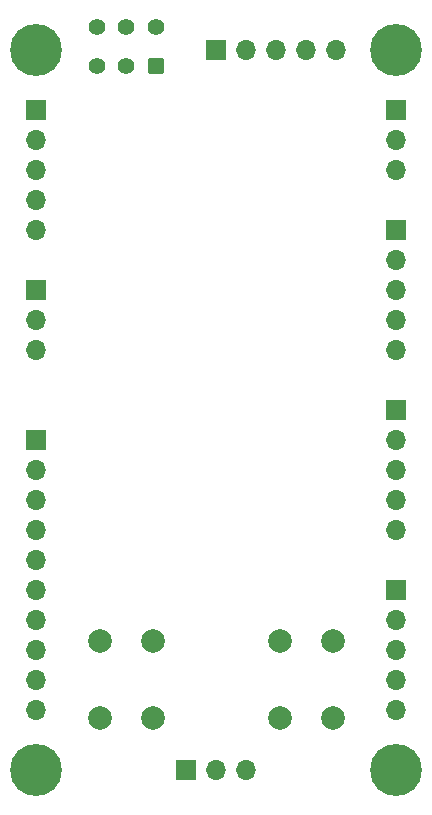
<source format=gbr>
%TF.GenerationSoftware,KiCad,Pcbnew,7.0.10-7.0.10~ubuntu22.04.1*%
%TF.CreationDate,2024-07-06T10:43:03+02:00*%
%TF.ProjectId,hardware,68617264-7761-4726-952e-6b696361645f,rev?*%
%TF.SameCoordinates,Original*%
%TF.FileFunction,Soldermask,Bot*%
%TF.FilePolarity,Negative*%
%FSLAX46Y46*%
G04 Gerber Fmt 4.6, Leading zero omitted, Abs format (unit mm)*
G04 Created by KiCad (PCBNEW 7.0.10-7.0.10~ubuntu22.04.1) date 2024-07-06 10:43:03*
%MOMM*%
%LPD*%
G01*
G04 APERTURE LIST*
G04 Aperture macros list*
%AMRoundRect*
0 Rectangle with rounded corners*
0 $1 Rounding radius*
0 $2 $3 $4 $5 $6 $7 $8 $9 X,Y pos of 4 corners*
0 Add a 4 corners polygon primitive as box body*
4,1,4,$2,$3,$4,$5,$6,$7,$8,$9,$2,$3,0*
0 Add four circle primitives for the rounded corners*
1,1,$1+$1,$2,$3*
1,1,$1+$1,$4,$5*
1,1,$1+$1,$6,$7*
1,1,$1+$1,$8,$9*
0 Add four rect primitives between the rounded corners*
20,1,$1+$1,$2,$3,$4,$5,0*
20,1,$1+$1,$4,$5,$6,$7,0*
20,1,$1+$1,$6,$7,$8,$9,0*
20,1,$1+$1,$8,$9,$2,$3,0*%
G04 Aperture macros list end*
%ADD10R,1.700000X1.700000*%
%ADD11O,1.700000X1.700000*%
%ADD12C,0.700000*%
%ADD13C,4.400000*%
%ADD14C,2.000000*%
%ADD15RoundRect,0.250000X0.450000X0.450000X-0.450000X0.450000X-0.450000X-0.450000X0.450000X-0.450000X0*%
%ADD16C,1.400000*%
G04 APERTURE END LIST*
D10*
%TO.C,J8*%
X124244000Y-100330000D03*
D11*
X124244000Y-102870000D03*
X124244000Y-105410000D03*
%TD*%
D10*
%TO.C,J2*%
X136944000Y-140970000D03*
D11*
X139484000Y-140970000D03*
X142024000Y-140970000D03*
%TD*%
D12*
%TO.C,H1*%
X153074000Y-80010000D03*
X153557274Y-78843274D03*
X153557274Y-81176726D03*
X154724000Y-78360000D03*
D13*
X154724000Y-80010000D03*
D12*
X154724000Y-81660000D03*
X155890726Y-78843274D03*
X155890726Y-81176726D03*
X156374000Y-80010000D03*
%TD*%
D10*
%TO.C,J3*%
X124244000Y-113030000D03*
D11*
X124244000Y-115570000D03*
X124244000Y-118110000D03*
X124244000Y-120650000D03*
X124244000Y-123190000D03*
X124244000Y-125730000D03*
X124244000Y-128270000D03*
X124244000Y-130810000D03*
X124244000Y-133350000D03*
X124244000Y-135890000D03*
%TD*%
D12*
%TO.C,H2*%
X122594000Y-80010000D03*
X123077274Y-78843274D03*
X123077274Y-81176726D03*
X124244000Y-78360000D03*
D13*
X124244000Y-80010000D03*
D12*
X124244000Y-81660000D03*
X125410726Y-78843274D03*
X125410726Y-81176726D03*
X125894000Y-80010000D03*
%TD*%
D10*
%TO.C,J4*%
X154724000Y-110490000D03*
D11*
X154724000Y-113030000D03*
X154724000Y-115570000D03*
X154724000Y-118110000D03*
X154724000Y-120650000D03*
%TD*%
D10*
%TO.C,J9*%
X154724000Y-85090000D03*
D11*
X154724000Y-87630000D03*
X154724000Y-90170000D03*
%TD*%
D14*
%TO.C,SW1*%
X129614000Y-136600000D03*
X129614000Y-130100000D03*
X134114000Y-136600000D03*
X134114000Y-130100000D03*
%TD*%
D10*
%TO.C,J1*%
X139484000Y-80010000D03*
D11*
X142024000Y-80010000D03*
X144564000Y-80010000D03*
X147104000Y-80010000D03*
X149644000Y-80010000D03*
%TD*%
D12*
%TO.C,H4*%
X122594000Y-140970000D03*
X123077274Y-139803274D03*
X123077274Y-142136726D03*
X124244000Y-139320000D03*
D13*
X124244000Y-140970000D03*
D12*
X124244000Y-142620000D03*
X125410726Y-139803274D03*
X125410726Y-142136726D03*
X125894000Y-140970000D03*
%TD*%
D15*
%TO.C,SW3*%
X134364000Y-81405000D03*
D16*
X131864000Y-81405000D03*
X129364000Y-81405000D03*
X129364000Y-78105000D03*
X131864000Y-78105000D03*
X134364000Y-78105000D03*
%TD*%
D10*
%TO.C,J7*%
X124244000Y-85090000D03*
D11*
X124244000Y-87630000D03*
X124244000Y-90170000D03*
X124244000Y-92710000D03*
X124244000Y-95250000D03*
%TD*%
D14*
%TO.C,SW2*%
X144854000Y-136600000D03*
X144854000Y-130100000D03*
X149354000Y-136600000D03*
X149354000Y-130100000D03*
%TD*%
D10*
%TO.C,J5*%
X154724000Y-95250000D03*
D11*
X154724000Y-97790000D03*
X154724000Y-100330000D03*
X154724000Y-102870000D03*
X154724000Y-105410000D03*
%TD*%
D10*
%TO.C,J6*%
X154724000Y-125730000D03*
D11*
X154724000Y-128270000D03*
X154724000Y-130810000D03*
X154724000Y-133350000D03*
X154724000Y-135890000D03*
%TD*%
D12*
%TO.C,H3*%
X153074000Y-140970000D03*
X153557274Y-139803274D03*
X153557274Y-142136726D03*
X154724000Y-139320000D03*
D13*
X154724000Y-140970000D03*
D12*
X154724000Y-142620000D03*
X155890726Y-139803274D03*
X155890726Y-142136726D03*
X156374000Y-140970000D03*
%TD*%
M02*

</source>
